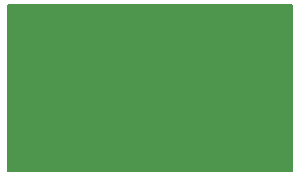
<source format=gto>
G75*
%MOIN*%
%OFA0B0*%
%FSLAX25Y25*%
%IPPOS*%
%LPD*%
%AMOC8*
5,1,8,0,0,1.08239X$1,22.5*
%
%ADD10C,0.00600*%
%ADD11R,0.95125X0.55779*%
%ADD12C,0.00787*%
D10*
X0007095Y0001345D02*
X0007038Y0056467D01*
X0101526Y0056467D01*
X0101583Y0001345D01*
X0007095Y0001345D01*
D11*
X0054304Y0028890D03*
D12*
X0014417Y0051468D02*
X0014417Y0051468D01*
X0014023Y0051468D02*
X0014023Y0051468D01*
M02*

</source>
